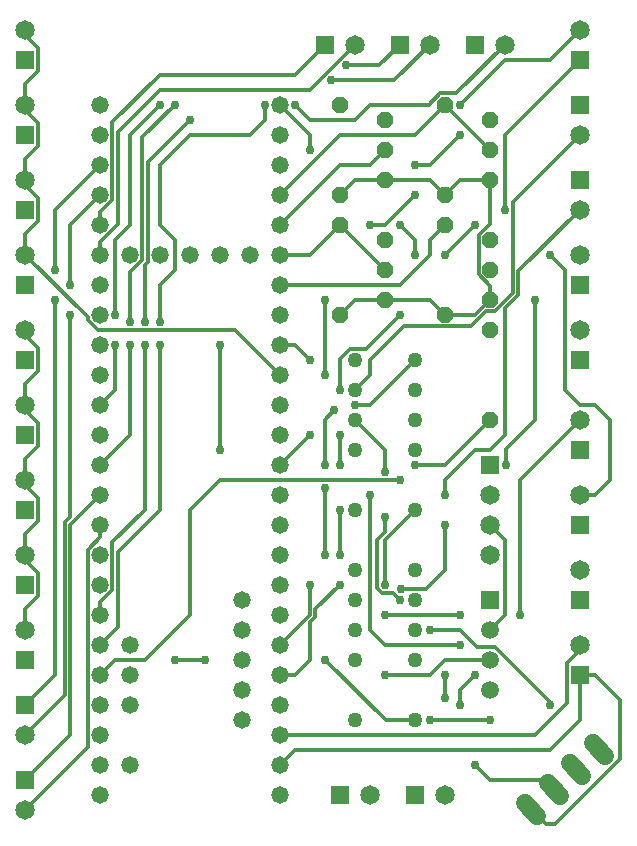
<source format=gbr>
G04 EAGLE Gerber RS-274X export*
G75*
%MOMM*%
%FSLAX34Y34*%
%LPD*%
%INTop Copper*%
%IPPOS*%
%AMOC8*
5,1,8,0,0,1.08239X$1,22.5*%
G01*
%ADD10C,1.270000*%
%ADD11P,1.429621X8X292.500000*%
%ADD12C,1.473200*%
%ADD13C,1.524000*%
%ADD14R,1.650000X1.650000*%
%ADD15C,1.650000*%
%ADD16R,1.508000X1.508000*%
%ADD17C,1.508000*%
%ADD18C,0.304800*%
%ADD19C,0.756400*%


D10*
X139700Y-254D03*
X139700Y50546D03*
X139700Y75946D03*
X139700Y101346D03*
X139700Y126746D03*
X88900Y126746D03*
X88900Y101346D03*
X88900Y75946D03*
X88900Y50546D03*
X88900Y-254D03*
X139700Y-178308D03*
X139700Y-127508D03*
X139700Y-102108D03*
X139700Y-76708D03*
X139700Y-51308D03*
X88900Y-51308D03*
X88900Y-76708D03*
X88900Y-102108D03*
X88900Y-127508D03*
X88900Y-178308D03*
D11*
X76200Y241300D03*
X76200Y165100D03*
X165100Y342900D03*
X165100Y266700D03*
X165100Y241300D03*
X165100Y165100D03*
X76200Y342900D03*
X76200Y266700D03*
D12*
X25400Y-190500D03*
X25400Y-165100D03*
X25400Y-139700D03*
X25400Y-114300D03*
X25400Y-88900D03*
X25400Y-63500D03*
X25400Y-38100D03*
X25400Y-12700D03*
X25400Y12700D03*
X25400Y38100D03*
X25400Y63500D03*
X25400Y88900D03*
X-127000Y88900D03*
X-127000Y63500D03*
X-127000Y38100D03*
X-127000Y12700D03*
X-127000Y-12700D03*
X-127000Y-38100D03*
X-127000Y-63500D03*
X-127000Y-88900D03*
X-127000Y-114300D03*
X-127000Y-139700D03*
X-127000Y-165100D03*
X25400Y-215900D03*
X-127000Y-190500D03*
X-127000Y-215900D03*
X25400Y-241300D03*
X-127000Y-241300D03*
X25400Y114300D03*
X-127000Y114300D03*
X25400Y139700D03*
X25400Y165100D03*
X25400Y190500D03*
X25400Y215900D03*
X25400Y241300D03*
X25400Y266700D03*
X25400Y292100D03*
X25400Y317500D03*
X25400Y342900D03*
X-127000Y342900D03*
X-127000Y317500D03*
X-127000Y292100D03*
X-127000Y266700D03*
X-127000Y241300D03*
X-127000Y215900D03*
X-127000Y190500D03*
X-127000Y165100D03*
X-127000Y139700D03*
X0Y215900D03*
X-50800Y215900D03*
X-76200Y215900D03*
X-25400Y215900D03*
X-101600Y215900D03*
X-101600Y-215900D03*
X-101600Y-165100D03*
X-101600Y-139700D03*
X-101600Y-114300D03*
X-6350Y-177800D03*
X-6350Y-152400D03*
X-6350Y-127000D03*
X-6350Y-101600D03*
X-6350Y-76200D03*
D13*
X233184Y-248256D02*
X243322Y-259635D01*
X262287Y-242738D02*
X252149Y-231359D01*
X271113Y-214462D02*
X281251Y-225841D01*
X300216Y-208944D02*
X290078Y-197565D01*
D14*
X-190500Y317500D03*
D15*
X-190500Y342900D03*
D14*
X-190500Y0D03*
D15*
X-190500Y25400D03*
D11*
X203200Y177800D03*
X203200Y228600D03*
X203200Y203200D03*
X114300Y177800D03*
X114300Y228600D03*
X114300Y203200D03*
X114300Y279400D03*
X114300Y330200D03*
X114300Y304800D03*
X203200Y279400D03*
X203200Y330200D03*
X203200Y304800D03*
X203200Y152400D03*
X203200Y76200D03*
D14*
X279400Y381000D03*
D15*
X279400Y406400D03*
D14*
X127000Y393700D03*
D15*
X152400Y393700D03*
D14*
X-190500Y-228600D03*
D15*
X-190500Y-254000D03*
D14*
X190500Y393700D03*
D15*
X215900Y393700D03*
D14*
X279400Y190500D03*
D15*
X279400Y215900D03*
D14*
X-190500Y-165100D03*
D15*
X-190500Y-190500D03*
D14*
X63500Y393700D03*
D15*
X88900Y393700D03*
D14*
X279400Y342900D03*
D15*
X279400Y317500D03*
D14*
X279400Y279400D03*
D15*
X279400Y254000D03*
D14*
X279400Y-76200D03*
D15*
X279400Y-50800D03*
D14*
X279400Y-12700D03*
D15*
X279400Y12700D03*
D14*
X279400Y50800D03*
D15*
X279400Y76200D03*
D14*
X-190500Y63500D03*
D15*
X-190500Y88900D03*
D14*
X-190500Y-63500D03*
D15*
X-190500Y-38100D03*
D14*
X-190500Y-127000D03*
D15*
X-190500Y-101600D03*
D14*
X-190500Y254000D03*
D15*
X-190500Y279400D03*
D14*
X-190500Y190500D03*
D15*
X-190500Y215900D03*
D14*
X-190500Y381000D03*
D15*
X-190500Y406400D03*
X203200Y-12700D03*
X203200Y-38100D03*
D14*
X203200Y38100D03*
D15*
X203200Y12700D03*
D16*
X203200Y-76200D03*
D17*
X203200Y-101600D03*
X203200Y-127000D03*
X203200Y-152400D03*
D14*
X-190500Y127000D03*
D15*
X-190500Y152400D03*
D14*
X279400Y127000D03*
D15*
X279400Y152400D03*
D14*
X76200Y-241300D03*
D15*
X101600Y-241300D03*
D14*
X139700Y-241300D03*
D15*
X165100Y-241300D03*
D14*
X279400Y-139700D03*
D15*
X279400Y-114300D03*
D18*
X-179202Y117488D02*
X-179202Y136513D01*
X-190500Y147811D02*
X-190500Y152400D01*
X-190500Y106190D02*
X-190500Y88900D01*
X-179202Y136513D02*
X-190500Y147811D01*
X-179202Y117488D02*
X-190500Y106190D01*
X-179202Y73013D02*
X-179202Y53988D01*
X-190500Y84311D02*
X-190500Y88900D01*
X-190500Y42690D02*
X-190500Y25400D01*
X-179202Y73013D02*
X-190500Y84311D01*
X-179202Y53988D02*
X-190500Y42690D01*
X-179202Y9513D02*
X-179202Y-9513D01*
X-190500Y20811D02*
X-190500Y25400D01*
X-190500Y-20811D02*
X-190500Y-38100D01*
X-179202Y9513D02*
X-190500Y20811D01*
X-179202Y-9513D02*
X-190500Y-20811D01*
X-179202Y-53988D02*
X-179202Y-73013D01*
X-190500Y-42690D02*
X-190500Y-38100D01*
X-190500Y-84311D02*
X-190500Y-101600D01*
X-179202Y-53988D02*
X-190500Y-42690D01*
X-179202Y-73013D02*
X-190500Y-84311D01*
X88900Y75946D02*
X114300Y50546D01*
X114300Y32230D01*
D19*
X114300Y32230D03*
X114300Y-5870D03*
X127000Y-76200D03*
D18*
X114300Y-19188D02*
X114300Y-5870D01*
X107470Y-66329D02*
X111471Y-70330D01*
X121130Y-70330D02*
X127000Y-76200D01*
X121130Y-70330D02*
X111471Y-70330D01*
X107470Y-26018D02*
X114300Y-19188D01*
X107470Y-26018D02*
X107470Y-66329D01*
X192612Y-116412D02*
X207586Y-116412D01*
X254000Y-162826D02*
X254000Y-165100D01*
D19*
X254000Y-165100D03*
D18*
X254000Y-162826D02*
X207586Y-116412D01*
D19*
X152400Y-101600D03*
D18*
X177800Y-101600D01*
X192612Y-116412D01*
X50800Y-88900D02*
X25400Y-114300D01*
X50800Y-88900D02*
X50800Y-63500D01*
D19*
X50800Y-63500D03*
X63500Y-38100D03*
D18*
X63500Y18570D01*
D19*
X63500Y18570D03*
X63500Y38100D03*
D18*
X63500Y76200D01*
X71370Y84070D01*
D19*
X71370Y84070D03*
X88900Y88900D03*
D18*
X101854Y88900D02*
X139700Y126746D01*
X101854Y88900D02*
X88900Y88900D01*
X-179202Y371488D02*
X-179202Y390513D01*
X-190500Y360190D02*
X-190500Y342900D01*
X-179202Y390513D02*
X-190500Y401811D01*
X-179202Y371488D02*
X-190500Y360190D01*
X-179202Y327013D02*
X-179202Y307988D01*
X-190500Y338311D02*
X-190500Y342900D01*
X-190500Y296690D02*
X-190500Y279400D01*
X-179202Y327013D02*
X-190500Y338311D01*
X-179202Y307988D02*
X-190500Y296690D01*
X-179202Y263513D02*
X-179202Y244488D01*
X-190500Y274811D02*
X-190500Y279400D01*
X-190500Y233190D02*
X-190500Y215900D01*
X-179202Y263513D02*
X-190500Y274811D01*
X-179202Y244488D02*
X-190500Y233190D01*
X-190500Y215900D02*
X-137414Y162814D01*
X-137414Y160786D01*
X-129028Y152400D01*
X-12700Y152400D01*
X25400Y114300D01*
X76200Y266700D02*
X88900Y279400D01*
X114300Y279400D01*
X152400Y279400D01*
X203200Y177800D02*
X190500Y165100D01*
X165100Y165100D01*
X88900Y177800D02*
X76200Y165100D01*
X88900Y177800D02*
X114300Y177800D01*
X152400Y177800D01*
X165100Y165100D01*
X203200Y177800D02*
X203200Y189550D01*
X203200Y242250D02*
X203200Y279400D01*
X193548Y199202D02*
X203200Y189550D01*
X193548Y232598D02*
X203200Y242250D01*
X193548Y232598D02*
X193548Y199202D01*
X165100Y266700D02*
X152400Y279400D01*
X165100Y266700D02*
X177800Y279400D01*
X203200Y279400D01*
X203200Y-12700D02*
X215900Y-25400D01*
X215900Y-88900D01*
X203200Y-101600D01*
D19*
X152400Y-177800D03*
D18*
X203200Y-177800D01*
D19*
X203200Y-177800D03*
X216756Y38100D03*
D18*
X216756Y51656D01*
X241300Y76200D02*
X241300Y177800D01*
D19*
X241300Y177800D03*
D18*
X241300Y76200D02*
X216756Y51656D01*
X-190500Y401811D02*
X-190500Y406400D01*
X25400Y190500D02*
X127000Y190500D01*
X152400Y215900D01*
X152400Y228600D01*
X165100Y241300D01*
X114300Y203200D02*
X76200Y241300D01*
X50800Y215900D02*
X25400Y215900D01*
X50800Y215900D02*
X76200Y241300D01*
X165100Y342900D02*
X203200Y304800D01*
X76200Y317500D02*
X25400Y266700D01*
X76200Y317500D02*
X139700Y317500D01*
X165100Y342900D01*
X-114300Y-127000D02*
X-127000Y-139700D01*
X-114300Y-127000D02*
X-88900Y-127000D01*
X-50800Y-88900D01*
X-50800Y0D01*
X-25400Y25400D01*
X127000Y25400D01*
D19*
X127000Y25400D03*
X139700Y38100D03*
D18*
X165100Y38100D02*
X203200Y76200D01*
X165100Y38100D02*
X139700Y38100D01*
X50800Y63500D02*
X25400Y38100D01*
D19*
X50800Y63500D03*
X76200Y63500D03*
D18*
X76200Y38100D01*
D19*
X76200Y38100D03*
X101600Y12700D03*
D18*
X101600Y-101600D01*
X114300Y-114300D01*
X177800Y-114300D01*
D19*
X177800Y-114300D03*
X190500Y-139700D03*
D18*
X177800Y-152400D01*
D19*
X177800Y-165100D03*
D18*
X177800Y-152400D01*
D19*
X76200Y0D03*
D18*
X76200Y-38100D01*
D19*
X76200Y-38100D03*
X165100Y-159230D03*
D18*
X165100Y-139700D01*
D19*
X165100Y-139700D03*
D18*
X241300Y-190500D02*
X25400Y-190500D01*
X279400Y-118890D02*
X279400Y-114300D01*
X279400Y-118890D02*
X268102Y-130188D01*
X268102Y-163698D02*
X241300Y-190500D01*
X268102Y-163698D02*
X268102Y-130188D01*
X254000Y-233831D02*
X257218Y-237048D01*
D19*
X190500Y-215900D03*
D18*
X203200Y-228600D01*
X248769Y-228600D02*
X257218Y-237048D01*
X248769Y-228600D02*
X203200Y-228600D01*
D19*
X-63500Y-127000D03*
D18*
X-38100Y-127000D01*
D19*
X-38100Y-127000D03*
X114300Y-139700D03*
D18*
X152400Y-139700D01*
X165100Y-127000D01*
X203200Y-127000D01*
X215900Y317500D02*
X279400Y381000D01*
X215900Y317500D02*
X215900Y254000D01*
D19*
X215900Y254000D03*
X127000Y165100D03*
X76200Y101600D03*
D18*
X98044Y136144D02*
X127000Y165100D01*
X98044Y136144D02*
X85007Y136144D01*
X76200Y127337D01*
X76200Y101600D01*
X254000Y381000D02*
X279400Y406400D01*
X254000Y381000D02*
X215900Y381000D01*
X177800Y342900D01*
D19*
X177800Y342900D03*
X177800Y317500D03*
D18*
X152400Y292100D01*
X139700Y292100D01*
D19*
X139700Y292100D03*
X139700Y266700D03*
D18*
X114300Y241300D01*
X101600Y241300D01*
D19*
X101600Y241300D03*
X63500Y177800D03*
D18*
X63500Y114300D01*
D19*
X63500Y114300D03*
D18*
X-137414Y-200914D02*
X-190500Y-254000D01*
X-127000Y-23372D02*
X-127000Y-12700D01*
X-127000Y-23372D02*
X-137414Y-33786D01*
X-137414Y-200914D01*
X-152400Y-190500D02*
X-190500Y-228600D01*
X-152400Y-12700D02*
X-127000Y12700D01*
X-152400Y-12700D02*
X-152400Y-190500D01*
X174752Y352552D02*
X215900Y393700D01*
X174752Y352552D02*
X161102Y352552D01*
X151450Y342900D01*
X101600Y342900D01*
X88900Y330200D01*
X50800Y330200D01*
X38100Y342900D01*
D19*
X38100Y342900D03*
X12700Y342900D03*
D18*
X12700Y330200D01*
X0Y317500D01*
X-50800Y317500D01*
X-76200Y292100D01*
X-76200Y241300D01*
X-63500Y228600D01*
X-63500Y203200D01*
X-76200Y190500D01*
X-76200Y159230D01*
D19*
X-76200Y159230D03*
X-76200Y139700D03*
D18*
X-76200Y0D01*
X-112014Y-35814D01*
X-112014Y-99314D02*
X-127000Y-114300D01*
X-112014Y-99314D02*
X-112014Y-35814D01*
D19*
X-50800Y330200D03*
X-88900Y159230D03*
D18*
X-86614Y294386D02*
X-50800Y330200D01*
X-86614Y294386D02*
X-86614Y209693D01*
X-88900Y207407D01*
X-88900Y159230D01*
D19*
X-88900Y139700D03*
D18*
X-88900Y0D01*
X-127000Y-78228D02*
X-127000Y-88900D01*
X-127000Y-78228D02*
X-116586Y-67814D01*
X-116586Y-27686D01*
X-88900Y0D01*
X25400Y139700D02*
X38100Y139700D01*
X50800Y127000D01*
D19*
X50800Y127000D03*
D18*
X-165100Y-139700D02*
X-190500Y-165100D01*
X-165100Y-139700D02*
X-165100Y177800D01*
D19*
X-165100Y177800D03*
X-165100Y203200D03*
D18*
X-165100Y254000D01*
X-127000Y292100D01*
D19*
X-152400Y165100D03*
D18*
X-156972Y-156972D02*
X-190500Y-190500D01*
X-156972Y-156972D02*
X-156972Y-10806D01*
X-152400Y-6234D02*
X-152400Y165100D01*
X-152400Y-6234D02*
X-156972Y-10806D01*
D19*
X-152400Y190500D03*
D18*
X-152400Y241300D01*
X-127000Y266700D01*
X38100Y368300D02*
X63500Y393700D01*
X38100Y368300D02*
X-76200Y368300D01*
X-116586Y327914D01*
X-127000Y251972D02*
X-127000Y241300D01*
X-127000Y251972D02*
X-116586Y262386D01*
X-116586Y327914D01*
X50800Y355600D02*
X88900Y393700D01*
X50800Y355600D02*
X-76200Y355600D01*
X-112014Y319786D01*
X-127000Y226572D02*
X-127000Y215900D01*
X-112014Y241558D02*
X-112014Y319786D01*
X-112014Y241558D02*
X-127000Y226572D01*
X114300Y-25654D02*
X139700Y-254D01*
X114300Y-25654D02*
X114300Y-63500D01*
D19*
X114300Y-63500D03*
X76200Y-63500D03*
D18*
X55372Y-84328D01*
X55372Y-90794D01*
X50800Y-95366D02*
X50800Y-127000D01*
X50800Y-95366D02*
X55372Y-90794D01*
X50800Y-127000D02*
X38100Y-139700D01*
X25400Y-139700D01*
D19*
X63500Y-127000D03*
D18*
X114808Y-178308D01*
X139700Y-178308D01*
X38100Y-203200D02*
X25400Y-215900D01*
X38100Y-203200D02*
X215900Y-203200D01*
X254000Y-203200D01*
X279400Y-177800D01*
X279400Y-139700D01*
X292100Y-139700D01*
X313692Y-161292D01*
X313692Y-210890D02*
X258390Y-266192D01*
X250500Y-266192D02*
X238253Y-253945D01*
X313692Y-210890D02*
X313692Y-161292D01*
X258390Y-266192D02*
X250500Y-266192D01*
X228600Y-88900D02*
X228600Y25400D01*
D19*
X228600Y-88900D03*
X177800Y-88900D03*
D18*
X114300Y-88900D01*
D19*
X114300Y-88900D03*
X-25400Y50800D03*
D18*
X-25400Y139700D01*
D19*
X-25400Y139700D03*
D18*
X228600Y25400D02*
X279400Y76200D01*
X50800Y317500D02*
X25400Y342900D01*
X50800Y317500D02*
X50800Y304800D01*
D19*
X50800Y304800D03*
X127000Y241300D03*
D18*
X139700Y228600D01*
X139700Y215900D01*
D19*
X139700Y215900D03*
X165100Y215900D03*
D18*
X190500Y241300D01*
D19*
X190500Y241300D03*
X254000Y215900D03*
D18*
X266700Y203200D01*
X266700Y101600D01*
X279400Y88900D01*
X292100Y88900D01*
X304800Y76200D01*
X304800Y25400D01*
X292100Y12700D01*
X279400Y12700D01*
X25400Y241300D02*
X76200Y292100D01*
X101600Y292100D02*
X114300Y304800D01*
X101600Y292100D02*
X76200Y292100D01*
X200014Y168148D02*
X207198Y168148D01*
X222730Y260830D02*
X279400Y317500D01*
X200014Y168148D02*
X187314Y155448D01*
X130048Y155448D01*
X222730Y183680D02*
X222730Y260830D01*
X222730Y183680D02*
X207198Y168148D01*
X101600Y114046D02*
X88900Y101346D01*
X101600Y127000D02*
X130048Y155448D01*
X101600Y127000D02*
X101600Y114046D01*
X227302Y201902D02*
X279400Y254000D01*
X227302Y201902D02*
X227302Y181786D01*
X215900Y170384D02*
X215900Y63500D01*
X215900Y170384D02*
X227302Y181786D01*
X215900Y63500D02*
X203200Y50800D01*
X190500Y50800D01*
X165100Y25400D01*
X165100Y12700D01*
D19*
X165100Y12700D03*
X165100Y-12700D03*
D18*
X165100Y-51308D01*
X149296Y-67112D01*
X127571Y-67112D01*
D19*
X127571Y-67112D03*
D18*
X122170Y363470D02*
X68330Y363470D01*
D19*
X68330Y363470D03*
X-63500Y342900D03*
X-101600Y159230D03*
D18*
X-101600Y201172D01*
X-91186Y211586D01*
X-91186Y315214D01*
D19*
X-101600Y139700D03*
D18*
X-101600Y63500D01*
X-127000Y38100D01*
X-91186Y315214D02*
X-63500Y342900D01*
X122170Y363470D02*
X152400Y393700D01*
X109470Y376170D02*
X81030Y376170D01*
D19*
X81030Y376170D03*
X-76200Y342900D03*
D18*
X-101600Y317500D01*
X-101600Y241300D02*
X-114300Y228600D01*
X-114300Y165100D01*
D19*
X-114300Y165100D03*
X-114300Y139700D03*
D18*
X-114300Y101600D01*
X-127000Y88900D01*
X-101600Y241300D02*
X-101600Y317500D01*
X109470Y376170D02*
X127000Y393700D01*
M02*

</source>
